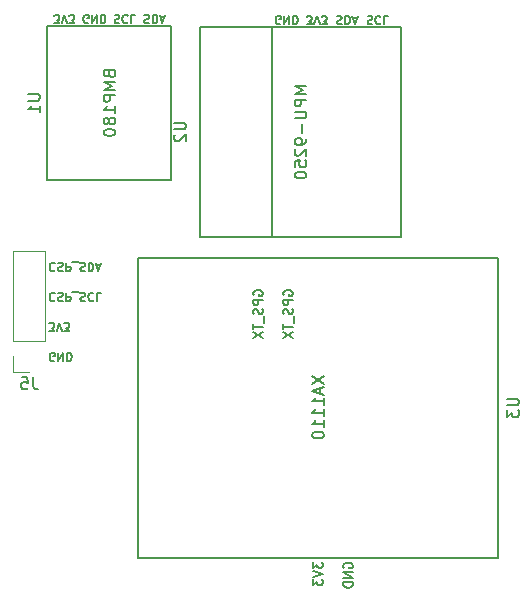
<source format=gbo>
G04 #@! TF.GenerationSoftware,KiCad,Pcbnew,6.0.0-unknown-da645c5~86~ubuntu18.04.1*
G04 #@! TF.CreationDate,2019-07-12T17:08:20-04:00*
G04 #@! TF.ProjectId,OBC,4f42432e-6b69-4636-9164-5f7063625858,rev?*
G04 #@! TF.SameCoordinates,Original*
G04 #@! TF.FileFunction,Legend,Bot*
G04 #@! TF.FilePolarity,Positive*
%FSLAX46Y46*%
G04 Gerber Fmt 4.6, Leading zero omitted, Abs format (unit mm)*
G04 Created by KiCad (PCBNEW 6.0.0-unknown-da645c5~86~ubuntu18.04.1) date 2019-07-12 17:08:20*
%MOMM*%
%LPD*%
G04 APERTURE LIST*
%ADD10C,0.150000*%
%ADD11C,0.120000*%
G04 APERTURE END LIST*
D10*
X152035000Y-70407023D02*
X151996904Y-70330833D01*
X151996904Y-70216547D01*
X152035000Y-70102261D01*
X152111190Y-70026071D01*
X152187380Y-69987976D01*
X152339761Y-69949880D01*
X152454047Y-69949880D01*
X152606428Y-69987976D01*
X152682619Y-70026071D01*
X152758809Y-70102261D01*
X152796904Y-70216547D01*
X152796904Y-70292738D01*
X152758809Y-70407023D01*
X152720714Y-70445119D01*
X152454047Y-70445119D01*
X152454047Y-70292738D01*
X152796904Y-70787976D02*
X151996904Y-70787976D01*
X151996904Y-71092738D01*
X152035000Y-71168928D01*
X152073095Y-71207023D01*
X152149285Y-71245119D01*
X152263571Y-71245119D01*
X152339761Y-71207023D01*
X152377857Y-71168928D01*
X152415952Y-71092738D01*
X152415952Y-70787976D01*
X152758809Y-71549880D02*
X152796904Y-71664166D01*
X152796904Y-71854642D01*
X152758809Y-71930833D01*
X152720714Y-71968928D01*
X152644523Y-72007023D01*
X152568333Y-72007023D01*
X152492142Y-71968928D01*
X152454047Y-71930833D01*
X152415952Y-71854642D01*
X152377857Y-71702261D01*
X152339761Y-71626071D01*
X152301666Y-71587976D01*
X152225476Y-71549880D01*
X152149285Y-71549880D01*
X152073095Y-71587976D01*
X152035000Y-71626071D01*
X151996904Y-71702261D01*
X151996904Y-71892738D01*
X152035000Y-72007023D01*
X152873095Y-72159404D02*
X152873095Y-72768928D01*
X151996904Y-72845119D02*
X151996904Y-73302261D01*
X152796904Y-73073690D02*
X151996904Y-73073690D01*
X151996904Y-73492738D02*
X152796904Y-74026071D01*
X151996904Y-74026071D02*
X152796904Y-73492738D01*
X149495000Y-70407023D02*
X149456904Y-70330833D01*
X149456904Y-70216547D01*
X149495000Y-70102261D01*
X149571190Y-70026071D01*
X149647380Y-69987976D01*
X149799761Y-69949880D01*
X149914047Y-69949880D01*
X150066428Y-69987976D01*
X150142619Y-70026071D01*
X150218809Y-70102261D01*
X150256904Y-70216547D01*
X150256904Y-70292738D01*
X150218809Y-70407023D01*
X150180714Y-70445119D01*
X149914047Y-70445119D01*
X149914047Y-70292738D01*
X150256904Y-70787976D02*
X149456904Y-70787976D01*
X149456904Y-71092738D01*
X149495000Y-71168928D01*
X149533095Y-71207023D01*
X149609285Y-71245119D01*
X149723571Y-71245119D01*
X149799761Y-71207023D01*
X149837857Y-71168928D01*
X149875952Y-71092738D01*
X149875952Y-70787976D01*
X150218809Y-71549880D02*
X150256904Y-71664166D01*
X150256904Y-71854642D01*
X150218809Y-71930833D01*
X150180714Y-71968928D01*
X150104523Y-72007023D01*
X150028333Y-72007023D01*
X149952142Y-71968928D01*
X149914047Y-71930833D01*
X149875952Y-71854642D01*
X149837857Y-71702261D01*
X149799761Y-71626071D01*
X149761666Y-71587976D01*
X149685476Y-71549880D01*
X149609285Y-71549880D01*
X149533095Y-71587976D01*
X149495000Y-71626071D01*
X149456904Y-71702261D01*
X149456904Y-71892738D01*
X149495000Y-72007023D01*
X150333095Y-72159404D02*
X150333095Y-72768928D01*
X149456904Y-72845119D02*
X149456904Y-73302261D01*
X150256904Y-73073690D02*
X149456904Y-73073690D01*
X149456904Y-73492738D02*
X150256904Y-74026071D01*
X149456904Y-74026071D02*
X150256904Y-73492738D01*
X157115000Y-93507023D02*
X157076904Y-93430833D01*
X157076904Y-93316547D01*
X157115000Y-93202261D01*
X157191190Y-93126071D01*
X157267380Y-93087976D01*
X157419761Y-93049880D01*
X157534047Y-93049880D01*
X157686428Y-93087976D01*
X157762619Y-93126071D01*
X157838809Y-93202261D01*
X157876904Y-93316547D01*
X157876904Y-93392738D01*
X157838809Y-93507023D01*
X157800714Y-93545119D01*
X157534047Y-93545119D01*
X157534047Y-93392738D01*
X157876904Y-93887976D02*
X157076904Y-93887976D01*
X157876904Y-94345119D01*
X157076904Y-94345119D01*
X157876904Y-94726071D02*
X157076904Y-94726071D01*
X157076904Y-94916547D01*
X157115000Y-95030833D01*
X157191190Y-95107023D01*
X157267380Y-95145119D01*
X157419761Y-95183214D01*
X157534047Y-95183214D01*
X157686428Y-95145119D01*
X157762619Y-95107023D01*
X157838809Y-95030833D01*
X157876904Y-94916547D01*
X157876904Y-94726071D01*
X154536904Y-93011785D02*
X154536904Y-93507023D01*
X154841666Y-93240357D01*
X154841666Y-93354642D01*
X154879761Y-93430833D01*
X154917857Y-93468928D01*
X154994047Y-93507023D01*
X155184523Y-93507023D01*
X155260714Y-93468928D01*
X155298809Y-93430833D01*
X155336904Y-93354642D01*
X155336904Y-93126071D01*
X155298809Y-93049880D01*
X155260714Y-93011785D01*
X154536904Y-93735595D02*
X155336904Y-94002261D01*
X154536904Y-94268928D01*
X154536904Y-94459404D02*
X154536904Y-94954642D01*
X154841666Y-94687976D01*
X154841666Y-94802261D01*
X154879761Y-94878452D01*
X154917857Y-94916547D01*
X154994047Y-94954642D01*
X155184523Y-94954642D01*
X155260714Y-94916547D01*
X155298809Y-94878452D01*
X155336904Y-94802261D01*
X155336904Y-94573690D01*
X155298809Y-94497500D01*
X155260714Y-94459404D01*
X159126666Y-46791666D02*
X159226666Y-46758333D01*
X159393333Y-46758333D01*
X159460000Y-46791666D01*
X159493333Y-46825000D01*
X159526666Y-46891666D01*
X159526666Y-46958333D01*
X159493333Y-47025000D01*
X159460000Y-47058333D01*
X159393333Y-47091666D01*
X159260000Y-47125000D01*
X159193333Y-47158333D01*
X159160000Y-47191666D01*
X159126666Y-47258333D01*
X159126666Y-47325000D01*
X159160000Y-47391666D01*
X159193333Y-47425000D01*
X159260000Y-47458333D01*
X159426666Y-47458333D01*
X159526666Y-47425000D01*
X160226666Y-46825000D02*
X160193333Y-46791666D01*
X160093333Y-46758333D01*
X160026666Y-46758333D01*
X159926666Y-46791666D01*
X159860000Y-46858333D01*
X159826666Y-46925000D01*
X159793333Y-47058333D01*
X159793333Y-47158333D01*
X159826666Y-47291666D01*
X159860000Y-47358333D01*
X159926666Y-47425000D01*
X160026666Y-47458333D01*
X160093333Y-47458333D01*
X160193333Y-47425000D01*
X160226666Y-47391666D01*
X160860000Y-46758333D02*
X160526666Y-46758333D01*
X160526666Y-47458333D01*
X156550000Y-46791666D02*
X156650000Y-46758333D01*
X156816666Y-46758333D01*
X156883333Y-46791666D01*
X156916666Y-46825000D01*
X156950000Y-46891666D01*
X156950000Y-46958333D01*
X156916666Y-47025000D01*
X156883333Y-47058333D01*
X156816666Y-47091666D01*
X156683333Y-47125000D01*
X156616666Y-47158333D01*
X156583333Y-47191666D01*
X156550000Y-47258333D01*
X156550000Y-47325000D01*
X156583333Y-47391666D01*
X156616666Y-47425000D01*
X156683333Y-47458333D01*
X156850000Y-47458333D01*
X156950000Y-47425000D01*
X157250000Y-46758333D02*
X157250000Y-47458333D01*
X157416666Y-47458333D01*
X157516666Y-47425000D01*
X157583333Y-47358333D01*
X157616666Y-47291666D01*
X157650000Y-47158333D01*
X157650000Y-47058333D01*
X157616666Y-46925000D01*
X157583333Y-46858333D01*
X157516666Y-46791666D01*
X157416666Y-46758333D01*
X157250000Y-46758333D01*
X157916666Y-46958333D02*
X158250000Y-46958333D01*
X157850000Y-46758333D02*
X158083333Y-47458333D01*
X158316666Y-46758333D01*
X153973333Y-47458333D02*
X154406666Y-47458333D01*
X154173333Y-47191666D01*
X154273333Y-47191666D01*
X154340000Y-47158333D01*
X154373333Y-47125000D01*
X154406666Y-47058333D01*
X154406666Y-46891666D01*
X154373333Y-46825000D01*
X154340000Y-46791666D01*
X154273333Y-46758333D01*
X154073333Y-46758333D01*
X154006666Y-46791666D01*
X153973333Y-46825000D01*
X154606666Y-47458333D02*
X154840000Y-46758333D01*
X155073333Y-47458333D01*
X155240000Y-47458333D02*
X155673333Y-47458333D01*
X155440000Y-47191666D01*
X155540000Y-47191666D01*
X155606666Y-47158333D01*
X155640000Y-47125000D01*
X155673333Y-47058333D01*
X155673333Y-46891666D01*
X155640000Y-46825000D01*
X155606666Y-46791666D01*
X155540000Y-46758333D01*
X155340000Y-46758333D01*
X155273333Y-46791666D01*
X155240000Y-46825000D01*
X151746666Y-47425000D02*
X151680000Y-47458333D01*
X151580000Y-47458333D01*
X151480000Y-47425000D01*
X151413333Y-47358333D01*
X151380000Y-47291666D01*
X151346666Y-47158333D01*
X151346666Y-47058333D01*
X151380000Y-46925000D01*
X151413333Y-46858333D01*
X151480000Y-46791666D01*
X151580000Y-46758333D01*
X151646666Y-46758333D01*
X151746666Y-46791666D01*
X151780000Y-46825000D01*
X151780000Y-47058333D01*
X151646666Y-47058333D01*
X152080000Y-46758333D02*
X152080000Y-47458333D01*
X152480000Y-46758333D01*
X152480000Y-47458333D01*
X152813333Y-46758333D02*
X152813333Y-47458333D01*
X152980000Y-47458333D01*
X153080000Y-47425000D01*
X153146666Y-47358333D01*
X153180000Y-47291666D01*
X153213333Y-47158333D01*
X153213333Y-47058333D01*
X153180000Y-46925000D01*
X153146666Y-46858333D01*
X153080000Y-46791666D01*
X152980000Y-46758333D01*
X152813333Y-46758333D01*
X140235000Y-46716666D02*
X140335000Y-46683333D01*
X140501666Y-46683333D01*
X140568333Y-46716666D01*
X140601666Y-46750000D01*
X140635000Y-46816666D01*
X140635000Y-46883333D01*
X140601666Y-46950000D01*
X140568333Y-46983333D01*
X140501666Y-47016666D01*
X140368333Y-47050000D01*
X140301666Y-47083333D01*
X140268333Y-47116666D01*
X140235000Y-47183333D01*
X140235000Y-47250000D01*
X140268333Y-47316666D01*
X140301666Y-47350000D01*
X140368333Y-47383333D01*
X140535000Y-47383333D01*
X140635000Y-47350000D01*
X140935000Y-46683333D02*
X140935000Y-47383333D01*
X141101666Y-47383333D01*
X141201666Y-47350000D01*
X141268333Y-47283333D01*
X141301666Y-47216666D01*
X141335000Y-47083333D01*
X141335000Y-46983333D01*
X141301666Y-46850000D01*
X141268333Y-46783333D01*
X141201666Y-46716666D01*
X141101666Y-46683333D01*
X140935000Y-46683333D01*
X141601666Y-46883333D02*
X141935000Y-46883333D01*
X141535000Y-46683333D02*
X141768333Y-47383333D01*
X142001666Y-46683333D01*
X137711666Y-46716666D02*
X137811666Y-46683333D01*
X137978333Y-46683333D01*
X138045000Y-46716666D01*
X138078333Y-46750000D01*
X138111666Y-46816666D01*
X138111666Y-46883333D01*
X138078333Y-46950000D01*
X138045000Y-46983333D01*
X137978333Y-47016666D01*
X137845000Y-47050000D01*
X137778333Y-47083333D01*
X137745000Y-47116666D01*
X137711666Y-47183333D01*
X137711666Y-47250000D01*
X137745000Y-47316666D01*
X137778333Y-47350000D01*
X137845000Y-47383333D01*
X138011666Y-47383333D01*
X138111666Y-47350000D01*
X138811666Y-46750000D02*
X138778333Y-46716666D01*
X138678333Y-46683333D01*
X138611666Y-46683333D01*
X138511666Y-46716666D01*
X138445000Y-46783333D01*
X138411666Y-46850000D01*
X138378333Y-46983333D01*
X138378333Y-47083333D01*
X138411666Y-47216666D01*
X138445000Y-47283333D01*
X138511666Y-47350000D01*
X138611666Y-47383333D01*
X138678333Y-47383333D01*
X138778333Y-47350000D01*
X138811666Y-47316666D01*
X139445000Y-46683333D02*
X139111666Y-46683333D01*
X139111666Y-47383333D01*
X135471666Y-47350000D02*
X135405000Y-47383333D01*
X135305000Y-47383333D01*
X135205000Y-47350000D01*
X135138333Y-47283333D01*
X135105000Y-47216666D01*
X135071666Y-47083333D01*
X135071666Y-46983333D01*
X135105000Y-46850000D01*
X135138333Y-46783333D01*
X135205000Y-46716666D01*
X135305000Y-46683333D01*
X135371666Y-46683333D01*
X135471666Y-46716666D01*
X135505000Y-46750000D01*
X135505000Y-46983333D01*
X135371666Y-46983333D01*
X135805000Y-46683333D02*
X135805000Y-47383333D01*
X136205000Y-46683333D01*
X136205000Y-47383333D01*
X136538333Y-46683333D02*
X136538333Y-47383333D01*
X136705000Y-47383333D01*
X136805000Y-47350000D01*
X136871666Y-47283333D01*
X136905000Y-47216666D01*
X136938333Y-47083333D01*
X136938333Y-46983333D01*
X136905000Y-46850000D01*
X136871666Y-46783333D01*
X136805000Y-46716666D01*
X136705000Y-46683333D01*
X136538333Y-46683333D01*
X132598333Y-47383333D02*
X133031666Y-47383333D01*
X132798333Y-47116666D01*
X132898333Y-47116666D01*
X132965000Y-47083333D01*
X132998333Y-47050000D01*
X133031666Y-46983333D01*
X133031666Y-46816666D01*
X132998333Y-46750000D01*
X132965000Y-46716666D01*
X132898333Y-46683333D01*
X132698333Y-46683333D01*
X132631666Y-46716666D01*
X132598333Y-46750000D01*
X133231666Y-47383333D02*
X133465000Y-46683333D01*
X133698333Y-47383333D01*
X133865000Y-47383333D02*
X134298333Y-47383333D01*
X134065000Y-47116666D01*
X134165000Y-47116666D01*
X134231666Y-47083333D01*
X134265000Y-47050000D01*
X134298333Y-46983333D01*
X134298333Y-46816666D01*
X134265000Y-46750000D01*
X134231666Y-46716666D01*
X134165000Y-46683333D01*
X133965000Y-46683333D01*
X133898333Y-46716666D01*
X133865000Y-46750000D01*
X132605833Y-75950000D02*
X132539166Y-75983333D01*
X132439166Y-75983333D01*
X132339166Y-75950000D01*
X132272500Y-75883333D01*
X132239166Y-75816666D01*
X132205833Y-75683333D01*
X132205833Y-75583333D01*
X132239166Y-75450000D01*
X132272500Y-75383333D01*
X132339166Y-75316666D01*
X132439166Y-75283333D01*
X132505833Y-75283333D01*
X132605833Y-75316666D01*
X132639166Y-75350000D01*
X132639166Y-75583333D01*
X132505833Y-75583333D01*
X132939166Y-75283333D02*
X132939166Y-75983333D01*
X133339166Y-75283333D01*
X133339166Y-75983333D01*
X133672500Y-75283333D02*
X133672500Y-75983333D01*
X133839166Y-75983333D01*
X133939166Y-75950000D01*
X134005833Y-75883333D01*
X134039166Y-75816666D01*
X134072500Y-75683333D01*
X134072500Y-75583333D01*
X134039166Y-75450000D01*
X134005833Y-75383333D01*
X133939166Y-75316666D01*
X133839166Y-75283333D01*
X133672500Y-75283333D01*
X132172500Y-73443333D02*
X132605833Y-73443333D01*
X132372500Y-73176666D01*
X132472500Y-73176666D01*
X132539166Y-73143333D01*
X132572500Y-73110000D01*
X132605833Y-73043333D01*
X132605833Y-72876666D01*
X132572500Y-72810000D01*
X132539166Y-72776666D01*
X132472500Y-72743333D01*
X132272500Y-72743333D01*
X132205833Y-72776666D01*
X132172500Y-72810000D01*
X132805833Y-73443333D02*
X133039166Y-72743333D01*
X133272500Y-73443333D01*
X133439166Y-73443333D02*
X133872500Y-73443333D01*
X133639166Y-73176666D01*
X133739166Y-73176666D01*
X133805833Y-73143333D01*
X133839166Y-73110000D01*
X133872500Y-73043333D01*
X133872500Y-72876666D01*
X133839166Y-72810000D01*
X133805833Y-72776666D01*
X133739166Y-72743333D01*
X133539166Y-72743333D01*
X133472500Y-72776666D01*
X133439166Y-72810000D01*
X132639166Y-70270000D02*
X132605833Y-70236666D01*
X132505833Y-70203333D01*
X132439166Y-70203333D01*
X132339166Y-70236666D01*
X132272500Y-70303333D01*
X132239166Y-70370000D01*
X132205833Y-70503333D01*
X132205833Y-70603333D01*
X132239166Y-70736666D01*
X132272500Y-70803333D01*
X132339166Y-70870000D01*
X132439166Y-70903333D01*
X132505833Y-70903333D01*
X132605833Y-70870000D01*
X132639166Y-70836666D01*
X132905833Y-70236666D02*
X133005833Y-70203333D01*
X133172500Y-70203333D01*
X133239166Y-70236666D01*
X133272500Y-70270000D01*
X133305833Y-70336666D01*
X133305833Y-70403333D01*
X133272500Y-70470000D01*
X133239166Y-70503333D01*
X133172500Y-70536666D01*
X133039166Y-70570000D01*
X132972500Y-70603333D01*
X132939166Y-70636666D01*
X132905833Y-70703333D01*
X132905833Y-70770000D01*
X132939166Y-70836666D01*
X132972500Y-70870000D01*
X133039166Y-70903333D01*
X133205833Y-70903333D01*
X133305833Y-70870000D01*
X133605833Y-70203333D02*
X133605833Y-70903333D01*
X133872500Y-70903333D01*
X133939166Y-70870000D01*
X133972500Y-70836666D01*
X134005833Y-70770000D01*
X134005833Y-70670000D01*
X133972500Y-70603333D01*
X133939166Y-70570000D01*
X133872500Y-70536666D01*
X133605833Y-70536666D01*
X134139166Y-70136666D02*
X134672500Y-70136666D01*
X134805833Y-70236666D02*
X134905833Y-70203333D01*
X135072500Y-70203333D01*
X135139166Y-70236666D01*
X135172500Y-70270000D01*
X135205833Y-70336666D01*
X135205833Y-70403333D01*
X135172500Y-70470000D01*
X135139166Y-70503333D01*
X135072500Y-70536666D01*
X134939166Y-70570000D01*
X134872500Y-70603333D01*
X134839166Y-70636666D01*
X134805833Y-70703333D01*
X134805833Y-70770000D01*
X134839166Y-70836666D01*
X134872500Y-70870000D01*
X134939166Y-70903333D01*
X135105833Y-70903333D01*
X135205833Y-70870000D01*
X135905833Y-70270000D02*
X135872500Y-70236666D01*
X135772500Y-70203333D01*
X135705833Y-70203333D01*
X135605833Y-70236666D01*
X135539166Y-70303333D01*
X135505833Y-70370000D01*
X135472500Y-70503333D01*
X135472500Y-70603333D01*
X135505833Y-70736666D01*
X135539166Y-70803333D01*
X135605833Y-70870000D01*
X135705833Y-70903333D01*
X135772500Y-70903333D01*
X135872500Y-70870000D01*
X135905833Y-70836666D01*
X136539166Y-70203333D02*
X136205833Y-70203333D01*
X136205833Y-70903333D01*
X132639166Y-67730000D02*
X132605833Y-67696666D01*
X132505833Y-67663333D01*
X132439166Y-67663333D01*
X132339166Y-67696666D01*
X132272500Y-67763333D01*
X132239166Y-67830000D01*
X132205833Y-67963333D01*
X132205833Y-68063333D01*
X132239166Y-68196666D01*
X132272500Y-68263333D01*
X132339166Y-68330000D01*
X132439166Y-68363333D01*
X132505833Y-68363333D01*
X132605833Y-68330000D01*
X132639166Y-68296666D01*
X132905833Y-67696666D02*
X133005833Y-67663333D01*
X133172500Y-67663333D01*
X133239166Y-67696666D01*
X133272500Y-67730000D01*
X133305833Y-67796666D01*
X133305833Y-67863333D01*
X133272500Y-67930000D01*
X133239166Y-67963333D01*
X133172500Y-67996666D01*
X133039166Y-68030000D01*
X132972500Y-68063333D01*
X132939166Y-68096666D01*
X132905833Y-68163333D01*
X132905833Y-68230000D01*
X132939166Y-68296666D01*
X132972500Y-68330000D01*
X133039166Y-68363333D01*
X133205833Y-68363333D01*
X133305833Y-68330000D01*
X133605833Y-67663333D02*
X133605833Y-68363333D01*
X133872500Y-68363333D01*
X133939166Y-68330000D01*
X133972500Y-68296666D01*
X134005833Y-68230000D01*
X134005833Y-68130000D01*
X133972500Y-68063333D01*
X133939166Y-68030000D01*
X133872500Y-67996666D01*
X133605833Y-67996666D01*
X134139166Y-67596666D02*
X134672500Y-67596666D01*
X134805833Y-67696666D02*
X134905833Y-67663333D01*
X135072500Y-67663333D01*
X135139166Y-67696666D01*
X135172500Y-67730000D01*
X135205833Y-67796666D01*
X135205833Y-67863333D01*
X135172500Y-67930000D01*
X135139166Y-67963333D01*
X135072500Y-67996666D01*
X134939166Y-68030000D01*
X134872500Y-68063333D01*
X134839166Y-68096666D01*
X134805833Y-68163333D01*
X134805833Y-68230000D01*
X134839166Y-68296666D01*
X134872500Y-68330000D01*
X134939166Y-68363333D01*
X135105833Y-68363333D01*
X135205833Y-68330000D01*
X135505833Y-67663333D02*
X135505833Y-68363333D01*
X135672500Y-68363333D01*
X135772500Y-68330000D01*
X135839166Y-68263333D01*
X135872500Y-68196666D01*
X135905833Y-68063333D01*
X135905833Y-67963333D01*
X135872500Y-67830000D01*
X135839166Y-67763333D01*
X135772500Y-67696666D01*
X135672500Y-67663333D01*
X135505833Y-67663333D01*
X136172500Y-67863333D02*
X136505833Y-67863333D01*
X136105833Y-67663333D02*
X136339166Y-68363333D01*
X136572500Y-67663333D01*
D11*
X129145000Y-76930000D02*
X130475000Y-76930000D01*
X129145000Y-75600000D02*
X129145000Y-76930000D01*
X129145000Y-74330000D02*
X131805000Y-74330000D01*
X131805000Y-74330000D02*
X131805000Y-66650000D01*
X129145000Y-74330000D02*
X129145000Y-66650000D01*
X129145000Y-66650000D02*
X131805000Y-66650000D01*
D10*
X170215000Y-92625000D02*
X170215000Y-67225000D01*
X139735000Y-67225000D02*
X170215000Y-67225000D01*
X139735000Y-92625000D02*
X139735000Y-67225000D01*
X170215000Y-92625000D02*
X139735000Y-92625000D01*
X151040000Y-47685000D02*
X151040000Y-65465000D01*
X144940000Y-65465000D02*
X161960000Y-65465000D01*
X144940000Y-47685000D02*
X161960000Y-47685000D01*
X144940000Y-47685000D02*
X144940000Y-65465000D01*
X161960000Y-47685000D02*
X161960000Y-65465000D01*
X132025000Y-60625000D02*
X132025000Y-47625000D01*
X142525000Y-60625000D02*
X132025000Y-60625000D01*
X142525000Y-47625000D02*
X142525000Y-60625000D01*
X132025000Y-47625000D02*
X142525000Y-47625000D01*
X130808333Y-77382380D02*
X130808333Y-78096666D01*
X130855952Y-78239523D01*
X130951190Y-78334761D01*
X131094047Y-78382380D01*
X131189285Y-78382380D01*
X129855952Y-77382380D02*
X130332142Y-77382380D01*
X130379761Y-77858571D01*
X130332142Y-77810952D01*
X130236904Y-77763333D01*
X129998809Y-77763333D01*
X129903571Y-77810952D01*
X129855952Y-77858571D01*
X129808333Y-77953809D01*
X129808333Y-78191904D01*
X129855952Y-78287142D01*
X129903571Y-78334761D01*
X129998809Y-78382380D01*
X130236904Y-78382380D01*
X130332142Y-78334761D01*
X130379761Y-78287142D01*
X170937380Y-79163095D02*
X171746904Y-79163095D01*
X171842142Y-79210714D01*
X171889761Y-79258333D01*
X171937380Y-79353571D01*
X171937380Y-79544047D01*
X171889761Y-79639285D01*
X171842142Y-79686904D01*
X171746904Y-79734523D01*
X170937380Y-79734523D01*
X170937380Y-80115476D02*
X170937380Y-80734523D01*
X171318333Y-80401190D01*
X171318333Y-80544047D01*
X171365952Y-80639285D01*
X171413571Y-80686904D01*
X171508809Y-80734523D01*
X171746904Y-80734523D01*
X171842142Y-80686904D01*
X171889761Y-80639285D01*
X171937380Y-80544047D01*
X171937380Y-80258333D01*
X171889761Y-80163095D01*
X171842142Y-80115476D01*
X154427380Y-77258333D02*
X155427380Y-77925000D01*
X154427380Y-77925000D02*
X155427380Y-77258333D01*
X155141666Y-78258333D02*
X155141666Y-78734523D01*
X155427380Y-78163095D02*
X154427380Y-78496428D01*
X155427380Y-78829761D01*
X155427380Y-79686904D02*
X155427380Y-79115476D01*
X155427380Y-79401190D02*
X154427380Y-79401190D01*
X154570238Y-79305952D01*
X154665476Y-79210714D01*
X154713095Y-79115476D01*
X155427380Y-80639285D02*
X155427380Y-80067857D01*
X155427380Y-80353571D02*
X154427380Y-80353571D01*
X154570238Y-80258333D01*
X154665476Y-80163095D01*
X154713095Y-80067857D01*
X155427380Y-81591666D02*
X155427380Y-81020238D01*
X155427380Y-81305952D02*
X154427380Y-81305952D01*
X154570238Y-81210714D01*
X154665476Y-81115476D01*
X154713095Y-81020238D01*
X154427380Y-82210714D02*
X154427380Y-82305952D01*
X154475000Y-82401190D01*
X154522619Y-82448809D01*
X154617857Y-82496428D01*
X154808333Y-82544047D01*
X155046428Y-82544047D01*
X155236904Y-82496428D01*
X155332142Y-82448809D01*
X155379761Y-82401190D01*
X155427380Y-82305952D01*
X155427380Y-82210714D01*
X155379761Y-82115476D01*
X155332142Y-82067857D01*
X155236904Y-82020238D01*
X155046428Y-81972619D01*
X154808333Y-81972619D01*
X154617857Y-82020238D01*
X154522619Y-82067857D01*
X154475000Y-82115476D01*
X154427380Y-82210714D01*
X142742380Y-55813095D02*
X143551904Y-55813095D01*
X143647142Y-55860714D01*
X143694761Y-55908333D01*
X143742380Y-56003571D01*
X143742380Y-56194047D01*
X143694761Y-56289285D01*
X143647142Y-56336904D01*
X143551904Y-56384523D01*
X142742380Y-56384523D01*
X142837619Y-56813095D02*
X142790000Y-56860714D01*
X142742380Y-56955952D01*
X142742380Y-57194047D01*
X142790000Y-57289285D01*
X142837619Y-57336904D01*
X142932857Y-57384523D01*
X143028095Y-57384523D01*
X143170952Y-57336904D01*
X143742380Y-56765476D01*
X143742380Y-57384523D01*
X153952380Y-52719047D02*
X152952380Y-52719047D01*
X153666666Y-53052380D01*
X152952380Y-53385714D01*
X153952380Y-53385714D01*
X153952380Y-53861904D02*
X152952380Y-53861904D01*
X152952380Y-54242857D01*
X153000000Y-54338095D01*
X153047619Y-54385714D01*
X153142857Y-54433333D01*
X153285714Y-54433333D01*
X153380952Y-54385714D01*
X153428571Y-54338095D01*
X153476190Y-54242857D01*
X153476190Y-53861904D01*
X152952380Y-54861904D02*
X153761904Y-54861904D01*
X153857142Y-54909523D01*
X153904761Y-54957142D01*
X153952380Y-55052380D01*
X153952380Y-55242857D01*
X153904761Y-55338095D01*
X153857142Y-55385714D01*
X153761904Y-55433333D01*
X152952380Y-55433333D01*
X153571428Y-55909523D02*
X153571428Y-56671428D01*
X153952380Y-57195238D02*
X153952380Y-57385714D01*
X153904761Y-57480952D01*
X153857142Y-57528571D01*
X153714285Y-57623809D01*
X153523809Y-57671428D01*
X153142857Y-57671428D01*
X153047619Y-57623809D01*
X153000000Y-57576190D01*
X152952380Y-57480952D01*
X152952380Y-57290476D01*
X153000000Y-57195238D01*
X153047619Y-57147619D01*
X153142857Y-57100000D01*
X153380952Y-57100000D01*
X153476190Y-57147619D01*
X153523809Y-57195238D01*
X153571428Y-57290476D01*
X153571428Y-57480952D01*
X153523809Y-57576190D01*
X153476190Y-57623809D01*
X153380952Y-57671428D01*
X153047619Y-58052380D02*
X153000000Y-58100000D01*
X152952380Y-58195238D01*
X152952380Y-58433333D01*
X153000000Y-58528571D01*
X153047619Y-58576190D01*
X153142857Y-58623809D01*
X153238095Y-58623809D01*
X153380952Y-58576190D01*
X153952380Y-58004761D01*
X153952380Y-58623809D01*
X152952380Y-59528571D02*
X152952380Y-59052380D01*
X153428571Y-59004761D01*
X153380952Y-59052380D01*
X153333333Y-59147619D01*
X153333333Y-59385714D01*
X153380952Y-59480952D01*
X153428571Y-59528571D01*
X153523809Y-59576190D01*
X153761904Y-59576190D01*
X153857142Y-59528571D01*
X153904761Y-59480952D01*
X153952380Y-59385714D01*
X153952380Y-59147619D01*
X153904761Y-59052380D01*
X153857142Y-59004761D01*
X152952380Y-60195238D02*
X152952380Y-60290476D01*
X153000000Y-60385714D01*
X153047619Y-60433333D01*
X153142857Y-60480952D01*
X153333333Y-60528571D01*
X153571428Y-60528571D01*
X153761904Y-60480952D01*
X153857142Y-60433333D01*
X153904761Y-60385714D01*
X153952380Y-60290476D01*
X153952380Y-60195238D01*
X153904761Y-60100000D01*
X153857142Y-60052380D01*
X153761904Y-60004761D01*
X153571428Y-59957142D01*
X153333333Y-59957142D01*
X153142857Y-60004761D01*
X153047619Y-60052380D01*
X153000000Y-60100000D01*
X152952380Y-60195238D01*
X130377380Y-53363095D02*
X131186904Y-53363095D01*
X131282142Y-53410714D01*
X131329761Y-53458333D01*
X131377380Y-53553571D01*
X131377380Y-53744047D01*
X131329761Y-53839285D01*
X131282142Y-53886904D01*
X131186904Y-53934523D01*
X130377380Y-53934523D01*
X131377380Y-54934523D02*
X131377380Y-54363095D01*
X131377380Y-54648809D02*
X130377380Y-54648809D01*
X130520238Y-54553571D01*
X130615476Y-54458333D01*
X130663095Y-54363095D01*
X137253571Y-51671428D02*
X137301190Y-51814285D01*
X137348809Y-51861904D01*
X137444047Y-51909523D01*
X137586904Y-51909523D01*
X137682142Y-51861904D01*
X137729761Y-51814285D01*
X137777380Y-51719047D01*
X137777380Y-51338095D01*
X136777380Y-51338095D01*
X136777380Y-51671428D01*
X136825000Y-51766666D01*
X136872619Y-51814285D01*
X136967857Y-51861904D01*
X137063095Y-51861904D01*
X137158333Y-51814285D01*
X137205952Y-51766666D01*
X137253571Y-51671428D01*
X137253571Y-51338095D01*
X137777380Y-52338095D02*
X136777380Y-52338095D01*
X137491666Y-52671428D01*
X136777380Y-53004761D01*
X137777380Y-53004761D01*
X137777380Y-53480952D02*
X136777380Y-53480952D01*
X136777380Y-53861904D01*
X136825000Y-53957142D01*
X136872619Y-54004761D01*
X136967857Y-54052380D01*
X137110714Y-54052380D01*
X137205952Y-54004761D01*
X137253571Y-53957142D01*
X137301190Y-53861904D01*
X137301190Y-53480952D01*
X137777380Y-55004761D02*
X137777380Y-54433333D01*
X137777380Y-54719047D02*
X136777380Y-54719047D01*
X136920238Y-54623809D01*
X137015476Y-54528571D01*
X137063095Y-54433333D01*
X137205952Y-55576190D02*
X137158333Y-55480952D01*
X137110714Y-55433333D01*
X137015476Y-55385714D01*
X136967857Y-55385714D01*
X136872619Y-55433333D01*
X136825000Y-55480952D01*
X136777380Y-55576190D01*
X136777380Y-55766666D01*
X136825000Y-55861904D01*
X136872619Y-55909523D01*
X136967857Y-55957142D01*
X137015476Y-55957142D01*
X137110714Y-55909523D01*
X137158333Y-55861904D01*
X137205952Y-55766666D01*
X137205952Y-55576190D01*
X137253571Y-55480952D01*
X137301190Y-55433333D01*
X137396428Y-55385714D01*
X137586904Y-55385714D01*
X137682142Y-55433333D01*
X137729761Y-55480952D01*
X137777380Y-55576190D01*
X137777380Y-55766666D01*
X137729761Y-55861904D01*
X137682142Y-55909523D01*
X137586904Y-55957142D01*
X137396428Y-55957142D01*
X137301190Y-55909523D01*
X137253571Y-55861904D01*
X137205952Y-55766666D01*
X136777380Y-56576190D02*
X136777380Y-56671428D01*
X136825000Y-56766666D01*
X136872619Y-56814285D01*
X136967857Y-56861904D01*
X137158333Y-56909523D01*
X137396428Y-56909523D01*
X137586904Y-56861904D01*
X137682142Y-56814285D01*
X137729761Y-56766666D01*
X137777380Y-56671428D01*
X137777380Y-56576190D01*
X137729761Y-56480952D01*
X137682142Y-56433333D01*
X137586904Y-56385714D01*
X137396428Y-56338095D01*
X137158333Y-56338095D01*
X136967857Y-56385714D01*
X136872619Y-56433333D01*
X136825000Y-56480952D01*
X136777380Y-56576190D01*
M02*

</source>
